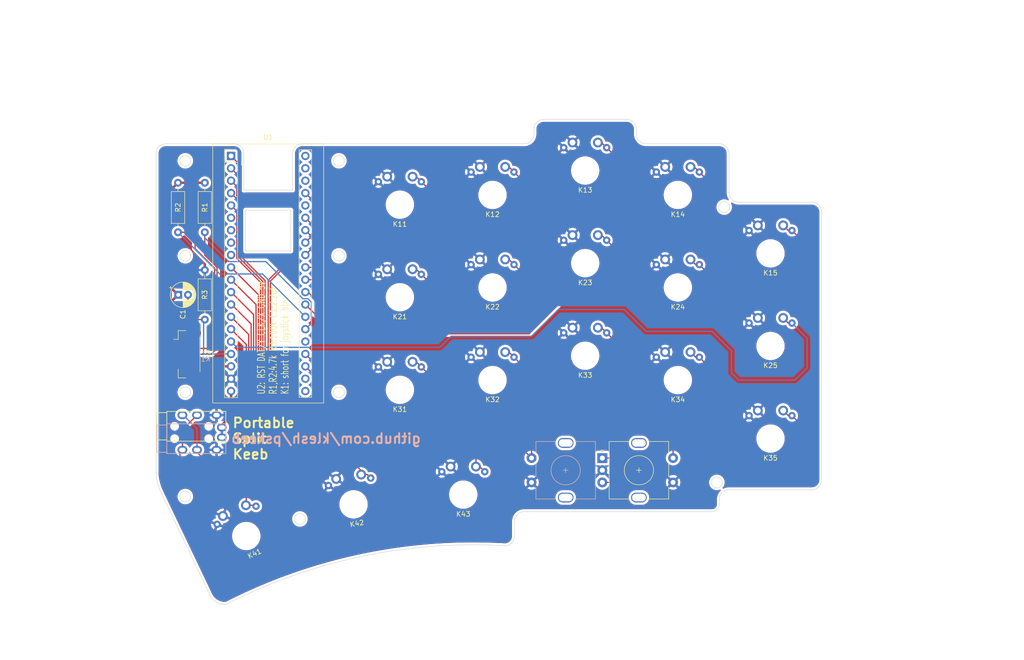
<source format=kicad_pcb>
(kicad_pcb (version 20211014) (generator pcbnew)
  (layers (0 "F.Cu" signal) (31 "B.Cu" signal) (34 "B.Paste" user) (35 "F.Paste" user) (36 "B.SilkS" user "B.Silkscreen") (37 "F.SilkS" user "F.Silkscreen") (38 "B.Mask" user) (39 "F.Mask" user) (44 "Edge.Cuts" user))
  (net 0 "")
  (net 1 "/k11")
  (net 2 "/k12")
  (net 3 "/k13")
  (net 4 "/k14")
  (net 5 "/k15")
  (net 6 "/k21")
  (net 7 "/k22")
  (net 8 "/k23")
  (net 9 "/k24")
  (net 10 "/k25")
  (net 11 "/k31")
  (net 12 "/k32")
  (net 13 "/k33")
  (net 14 "/k34")
  (net 15 "/k35")
  (net 16 "/k42")
  (net 17 "/k43")
  (net 18 "/ec11a")
  (net 19 "/ec11b")
  (net 26 "/TX")
  (net 27 "/RX")
  (net 28 "GND")
  (net 29 "+3V3")
  (net 34 "+5V")
  (net 35 "/k41")
  (net 36 "/joystick_btn")
  (net 37 "/k44")
  (net 39 "/RST{slash}BTN")
  (net 40 "/CLK{slash}X")
  (net 41 "/DAT{slash}Y")
  (footprint "Resistor_THT:R_Axial_DIN0207_L6.3mm_D2.5mm_P10.16mm_Horizontal" (layer "F.Cu") (at 82.5 62.5 -90)
    (fp_text reference "R2")
    (fp_text value "4.7k")
  )
  (footprint "Gateron:Gateron KS-27 Reversible" (layer "F.Cu") (at 166 98)
    (fp_text reference "K33")
    (fp_text value "KEYSW" hide)
  )
  (footprint "Gateron:Gateron KS-27 Reversible" (layer "F.Cu") (at 128 67)
    (fp_text reference "K11")
    (fp_text value "KEYSW" hide)
  )
  (footprint "Gateron:Gateron KS-27 Reversible" (layer "F.Cu") (at 147 65)
    (fp_text reference "K12")
    (fp_text value "KEYSW" hide)
  )
  (footprint "Gateron:Gateron KS-27 Reversible" (layer "F.Cu") (at 128 105)
    (fp_text reference "K31")
    (fp_text value "KEYSW" hide)
  )
  (footprint "Capacitor_THT:CP_Radial_D5.0mm_P2.00mm" (layer "F.Cu") (at 82.544888 85.5)
    (fp_text reference "C1")
    (fp_text value "2.2uf")
  )
  (footprint "Gateron:Gateron KS-27 Reversible" (layer "F.Cu") (at 185 84)
    (fp_text reference "K24")
    (fp_text value "KEYSW" hide)
  )
  (footprint "Gateron:Gateron KS-27 Reversible" (layer "F.Cu") (at 204 77)
    (fp_text reference "K15")
    (fp_text value "KEYSW" hide)
  )
  (footprint "Gateron:Gateron KS-27 Reversible" (layer "F.Cu") (at 128 86)
    (fp_text reference "K21")
    (fp_text value "KEYSW" hide)
  )
  (footprint "Keebio-Parts:TRRS-PJ-320A" (layer "F.Cu") (at 80.2 112.480902 90)
    (fp_text reference "TRRS2" hide)
    (fp_text value "TRRS" hide)
  )
  (footprint "Gateron:Gateron KS-27 Reversible" (layer "F.Cu") (at 204 96)
    (fp_text reference "K25")
    (fp_text value "KEYSW" hide)
  )
  (footprint "Gateron:Gateron KS-27 Reversible" (layer "F.Cu") (at 204 115)
    (fp_text reference "K35")
    (fp_text value "KEYSW" hide)
  )
  (footprint "WeAct_BlackPill:YAAJ_WeAct_BlackPill_2" (layer "F.Cu") (at 93.38 57)
    (fp_text reference "U1")
    (fp_text value "YAAJ_WeAct_BlackPill_Part_Like" hide)
  )
  (footprint "Gateron:Gateron KS-27 Reversible" (layer "F.Cu") (at 147 103)
    (fp_text reference "K32")
    (fp_text value "KEYSW" hide)
  )
  (footprint "Gateron:Gateron KS-27 Reversible" (layer "F.Cu") (at 118.5 128.5 10)
    (fp_text reference "K42")
    (fp_text value "KEYSW" hide)
  )
  (footprint "Gateron:Gateron KS-27 Reversible" (layer "F.Cu") (at 185 65)
    (fp_text reference "K14")
    (fp_text value "KEYSW" hide)
  )
  (footprint "Gateron:Gateron KS-27 Reversible" (layer "F.Cu") (at 96.5 135 25)
    (fp_text reference "K41")
    (fp_text value "KEYSW" hide)
  )
  (footprint "Gateron:Gateron KS-27 Reversible" (layer "F.Cu") (at 185 103)
    (fp_text reference "K34")
    (fp_text value "KEYSW" hide)
  )
  (footprint "Gateron:Gateron KS-27 Reversible" (layer "F.Cu") (at 147 84)
    (fp_text reference "K22")
    (fp_text value "KEYSW" hide)
  )
  (footprint "Keebio-Parts:RotaryEncoder_EC11" (layer "F.Cu") (at 177.02 121.5)
    (fp_text reference "ENC1")
    (fp_text value "RotaryEncoder_Switch" hide)
  )
  (footprint "Connector_JST:JST_GH_BM05B-GHS-TBT_1x05-1MP_P1.25mm_Vertical" (layer "F.Cu") (at 84.4 97.7 -90)
    (fp_text reference "U2")
    (fp_text value "trackpoint/joystick")
  )
  (footprint "Gateron:Gateron KS-27 Reversible" (layer "F.Cu") (at 141 126.5)
    (fp_text reference "K43")
    (fp_text value "KEYSW" hide)
  )
  (footprint "Gateron:Gateron KS-27 Reversible" (layer "F.Cu") (at 166 79)
    (fp_text reference "K23")
    (fp_text value "KEYSW" hide)
  )
  (footprint "Gateron:Gateron KS-27 Reversible" (layer "F.Cu") (at 166 60)
    (fp_text reference "K13")
    (fp_text value "KEYSW" hide)
  )
  (footprint "Resistor_THT:R_Axial_DIN0207_L6.3mm_D2.5mm_P10.16mm_Horizontal" (layer "F.Cu") (at 88 90.58 90)
    (fp_text reference "R3")
    (fp_text value "100k")
  )
  (footprint "Resistor_THT:R_Axial_DIN0207_L6.3mm_D2.5mm_P10.16mm_Horizontal" (layer "F.Cu") (at 88 62.5 -90)
    (fp_text reference "R1")
    (fp_text value "4.7k")
  )
  (footprint "Keebio-Parts:RotaryEncoder_EC11" (layer "B.Cu") (at 162 121.5 180)
    (fp_text reference "ENC2")
    (fp_text value "RotaryEncoder_Switch" hide)
  )
  (footprint "Resistor_SMD:R_0201_0603Metric_Pad0.64x0.40mm_HandSolder" (layer "B.Cu") (at 88.16 97.63)
    (fp_text reference "K1")
    (fp_text value "KEYSW")
  )
  (footprint "Keebio-Parts:TRRS-PJ-320A" (layer "B.Cu") (at 80.2 115.020902 -90)
    (fp_text reference "TRRS1" hide)
    (fp_text value "TRRS")
  )
  (gr_circle (center 84 58) (end 85.1 58) (layer "Edge.Cuts") (width 0.1) (fill none))
  (gr_arc (start 197.5 66.5) (mid 196.085786 65.914214) (end 195.5 64.5) (layer "Edge.Cuts") (width 0.1))
  (gr_circle (center 84 105.5) (end 85.1 105.5) (layer "Edge.Cuts") (width 0.1) (fill none))
  (gr_arc (start 151.5 135) (mid 150.914214 136.414214) (end 149.5 137) (layer "Edge.Cuts") (width 0.1))
  (gr_circle (center 84 126.9) (end 85.1 126.9) (layer "Edge.Cuts") (width 0.1) (fill none))
  (gr_line (start 96 64) (end 106 64) (layer "Edge.Cuts") (width 0.1))
  (gr_arc (start 106 56.5) (mid 106.585786 55.085786) (end 108 54.5) (layer "Edge.Cuts") (width 0.1))
  (gr_line (start 78 56.5) (end 78 122) (layer "Edge.Cuts") (width 0.1))
  (gr_line (start 94 54.5) (end 80 54.5) (layer "Edge.Cuts") (width 0.1))
  (gr_line (start 195.5 64.5) (end 195.5 56.5) (layer "Edge.Cuts") (width 0.1))
  (gr_arc (start 92.43517 149) (mid 90.394491 148.554933) (end 89 147) (layer "Edge.Cuts") (width 0.1))
  (gr_arc (start 193.5 127.5) (mid 194.085786 126.085786) (end 195.5 125.5) (layer "Edge.Cuts") (width 0.1))
  (gr_circle (center 115.5 58) (end 116.6 58) (layer "Edge.Cuts") (width 0.1) (fill none))
  (gr_line (start 153.5 54.5) (end 108 54.5) (layer "Edge.Cuts") (width 0.1))
  (gr_line (start 193.5 127.5) (end 193.5 128.5) (layer "Edge.Cuts") (width 0.1))
  (gr_arc (start 94 54.5) (mid 95.414214 55.085786) (end 96 56.5) (layer "Edge.Cuts") (width 0.1))
  (gr_line (start 193.5 54.5) (end 178.5 54.5) (layer "Edge.Cuts") (width 0.1))
  (gr_line (start 79 126) (end 89 147) (layer "Edge.Cuts") (width 0.1))
  (gr_line (start 176.5 52.5) (end 176.5 51.5) (layer "Edge.Cuts") (width 0.1))
  (gr_arc (start 178.5 54.5) (mid 177.085786 53.914214) (end 176.5 52.5) (layer "Edge.Cuts") (width 0.1))
  (gr_arc (start 155.5 51.5) (mid 156.085786 50.085786) (end 157.5 49.5) (layer "Edge.Cuts") (width 0.1))
  (gr_line (start 214.5 123.5) (end 214.5 68.5) (layer "Edge.Cuts") (width 0.1))
  (gr_arc (start 212.5 66.5) (mid 213.914214 67.085786) (end 214.5 68.5) (layer "Edge.Cuts") (width 0.1))
  (gr_circle (center 115.5 105.5) (end 116.6 105.5) (layer "Edge.Cuts") (width 0.1) (fill none))
  (gr_arc (start 92.43517 149) (mid 120.165264 139.184639) (end 149.5 137) (layer "Edge.Cuts") (width 0.1))
  (gr_circle (center 194.5 67.5) (end 195.6 67.5) (layer "Edge.Cuts") (width 0.1) (fill none))
  (gr_arc (start 193.5 128.5) (mid 193.06066 129.56066) (end 192 130) (layer "Edge.Cuts") (width 0.1))
  (gr_line (start 155.5 51.5) (end 155.5 52.5) (layer "Edge.Cuts") (width 0.1))
  (gr_line (start 153.5 130) (end 192 130) (layer "Edge.Cuts") (width 0.1))
  (gr_line (start 212.5 125.5) (end 195.5 125.5) (layer "Edge.Cuts") (width 0.1))
  (gr_arc (start 193.5 54.5) (mid 194.914214 55.085786) (end 195.5 56.5) (layer "Edge.Cuts") (width 0.1))
  (gr_line (start 96 56.5) (end 96 64) (layer "Edge.Cuts") (width 0.1))
  (gr_line (start 197.5 66.5) (end 212.5 66.5) (layer "Edge.Cuts") (width 0.1))
  (gr_line (start 106 64) (end 106 56.5) (layer "Edge.Cuts") (width 0.1))
  (gr_arc (start 79 126) (mid 78.296292 124.050926) (end 78 122) (layer "Edge.Cuts") (width 0.1))
  (gr_line (start 157.5 49.5) (end 174.5 49.5) (layer "Edge.Cuts") (width 0.1))
  (gr_circle (center 107.5 131.5) (end 108.6 131.5) (layer "Edge.Cuts") (width 0.1) (fill none))
  (gr_arc (start 78 56.5) (mid 78.585786 55.085786) (end 80 54.5) (layer "Edge.Cuts") (width 0.1))
  (gr_arc (start 174.5 49.5) (mid 175.914214 50.085786) (end 176.5 51.5) (layer "Edge.Cuts") (width 0.1))
  (gr_rect (start 96.38 68.13) (end 105.62 76.5) (layer "Edge.Cuts") (width 0.1) (fill none))
  (gr_arc (start 155.5 52.5) (mid 154.914214 53.914214) (end 153.5 54.5) (layer "Edge.Cuts") (width 0.1))
  (gr_circle (center 193 124) (end 194.1 124) (layer "Edge.Cuts") (width 0.1) (fill none))
  (gr_line (start 151.5 135) (end 151.5 132) (layer "Edge.Cuts") (width 0.1))
  (gr_circle (center 115.5 77.5) (end 116.6 77.5) (layer "Edge.Cuts") (width 0.1) (fill none))
  (gr_arc (start 214.5 123.5) (mid 213.914214 124.914214) (end 212.5 125.5) (layer "Edge.Cuts") (width 0.1))
  (gr_arc (start 151.5 132) (mid 152.085786 130.585786) (end 153.5 130) (layer "Edge.Cuts") (width 0.1))
  (gr_circle (center 84 77.5) (end 85.1 77.5) (layer "Edge.Cuts") (width 0.1) (fill none))
  (gr_text "github.com/klesh/pskeeb" (at 132.5 115) (layer "B.SilkS") (effects (font (size 2 2) (thickness 0.4)) (justify left mirror)))
  (gr_text "Portable\nSplit\nKeeb" (at 93.5 115) (layer "F.SilkS") (effects (font (size 2 2) (thickness 0.4)) (justify left)))
  (gr_text "U2: RST DAT/Y CLK/X GND 5V\nR1,R2:4.7k R3:100k C1:2.2uF\nK1: short for joystick btn" (at 102 106 90) (layer "F.SilkS") (effects (font (size 1.5 1)) (justify left)))
  (segment (start 108.62 64.62) (end 116.5 72.5) (width 0.25) (layer "F.Cu") (net 1))
  (segment (start 132 72.5) (end 135 69.5) (width 0.25) (layer "F.Cu") (net 1))
  (segment (start 116.5 72.5) (end 132 72.5) (width 0.25) (layer "F.Cu") (net 1))
  (segment (start 135 64.9) (end 132.4 62.3) (width 0.25) (layer "F.Cu") (net 1))
  (segment (start 130.6 61.25) (end 131.35 61.25) (width 0.25) (layer "F.Cu") (net 1))
  (segment (start 135 69.5) (end 135 65) (width 0.25) (layer "F.Cu") (net 1))
  (segment (start 135 65) (end 135 64.9) (width 0.25) (layer "F.Cu") (net 1))
  (segment (start 131.35 61.25) (end 132.4 62.3) (width 0.25) (layer "F.Cu") (net 1))
  (segment (start 153 61.9) (end 151.4 60.3) (width 0.25) (layer "F.Cu") (net 2))
  (segment (start 111.87 72.95) (end 132.186396 72.95) (width 0.25) (layer "F.Cu") (net 2))
  (segment (start 150.5 71) (end 153 68.5) (width 0.25) (layer "F.Cu") (net 2))
  (segment (start 108.62 69.7) (end 111.87 72.95) (width 0.25) (layer "F.Cu") (net 2))
  (segment (start 150.35 59.25) (end 151.4 60.3) (width 0.25) (layer "F.Cu") (net 2))
  (segment (start 153 68.5) (end 153 61.9) (width 0.25) (layer "F.Cu") (net 2))
  (segment (start 149.6 59.25) (end 150.35 59.25) (width 0.25) (layer "F.Cu") (net 2))
  (segment (start 134.136396 71) (end 150.5 71) (width 0.25) (layer "F.Cu") (net 2))
  (segment (start 132.186396 72.95) (end 134.136396 71) (width 0.25) (layer "F.Cu") (net 2))
  (segment (start 168.6 54.25) (end 169.35 54.25) (width 0.25) (layer "F.Cu") (net 3))
  (segment (start 156.136396 66) (end 170.5 66) (width 0.25) (layer "F.Cu") (net 3))
  (segment (start 108.62 72.24) (end 109.78 73.4) (width 0.25) (layer "F.Cu") (net 3))
  (segment (start 172.5 57.4) (end 170.4 55.3) (width 0.25) (layer "F.Cu") (net 3))
  (segment (start 172.5 64) (end 172.5 57.4) (width 0.25) (layer "F.Cu") (net 3))
  (segment (start 169.35 54.25) (end 170.4 55.3) (width 0.25) (layer "F.Cu") (net 3))
  (segment (start 132.372792 73.4) (end 134.322792 71.45) (width 0.25) (layer "F.Cu") (net 3))
  (segment (start 109.78 73.4) (end 132.372792 73.4) (width 0.25) (layer "F.Cu") (net 3))
  (segment (start 134.322792 71.45) (end 150.686396 71.45) (width 0.25) (layer "F.Cu") (net 3))
  (segment (start 150.686396 71.45) (end 156.136396 66) (width 0.25) (layer "F.Cu") (net 3))
  (segment (start 170.5 66) (end 172.5 64) (width 0.25) (layer "F.Cu") (net 3))
  (segment (start 109.55 73.85) (end 132.559188 73.85) (width 0.25) (layer "F.Cu") (net 4))
  (segment (start 134.509188 71.9) (end 150.872792 71.9) (width 0.25) (layer "F.Cu") (net 4))
  (segment (start 132.559188 73.85) (end 134.509188 71.9) (width 0.25) (layer "F.Cu") (net 4))
  (segment (start 192 62.9) (end 189.4 60.3) (width 0.25) (layer "F.Cu") (net 4))
  (segment (start 189.5 72.5) (end 192 70) (width 0.25) (layer "F.Cu") (net 4))
  (segment (start 192 70) (end 192 62.9) (width 0.25) (layer "F.Cu") (net 4))
  (segment (start 156.322792 66.45) (end 174.95 66.45) (width 0.25) (layer "F.Cu") (net 4))
  (segment (start 181 72.5) (end 189.5 72.5) (width 0.25) (layer "F.Cu") (net 4))
  (segment (start 187.6 59.25) (end 188.35 59.25) (width 0.25) (layer "F.Cu") (net 4))
  (segment (start 108.62 74.78) (end 109.55 73.85) (width 0.25) (layer "F.Cu") (net 4))
  (segment (start 150.872792 71.9) (end 156.322792 66.45) (width 0.25) (layer "F.Cu") (net 4))
  (segment (start 188.35 59.25) (end 189.4 60.3) (width 0.25) (layer "F.Cu") (net 4))
  (segment (start 174.95 66.45) (end 181 72.5) (width 0.25) (layer "F.Cu") (net 4))
  (segment (start 187.6 60.1) (end 187.6 59.4) (width 0.25) (layer "F.Cu") (net 4))
  (segment (start 108.62 77.32) (end 111.64 74.3) (width 0.25) (layer "F.Cu") (net 5))
  (segment (start 209.5 84.5) (end 211 83) (width 0.25) (layer "F.Cu") (net 5))
  (segment (start 132.745584 74.3) (end 134.695584 72.35) (width 0.25) (layer "F.Cu") (net 5))
  (segment (start 200 84.5) (end 209.5 84.5) (width 0.25) (layer "F.Cu") (net 5))
  (segment (start 211 83) (end 211 74.9) (width 0.25) (layer "F.Cu") (net 5))
  (segment (start 174.763604 66.9) (end 180.813604 72.95) (width 0.25) (layer "F.Cu") (net 5))
  (segment (start 156.509188 66.9) (end 174.763604 66.9) (width 0.25) (layer "F.Cu") (net 5))
  (segment (start 180.813604 72.95) (end 195.45 72.95) (width 0.25) (layer "F.Cu") (net 5))
  (segment (start 134.695584 72.35) (end 151.059188 72.35) (width 0.25) (layer "F.Cu") (net 5))
  (segment (start 198 82.5) (end 200 84.5) (width 0.25) (layer "F.Cu") (net 5))
  (segment (start 111.64 74.3) (end 132.745584 74.3) (width 0.25) (layer "F.Cu") (net 5))
  (segment (start 195.45 72.95) (end 198 75.5) (width 0.25) (layer "F.Cu") (net 5))
  (segment (start 151.059188 72.35) (end 156.509188 66.9) (width 0.25) (layer "F.Cu") (net 5))
  (segment (start 198 75.5) (end 198 82.5) (width 0.25) (layer "F.Cu") (net 5))
  (segment (start 208.4 72.3) (end 207.65 72.3) (width 0.25) (layer "F.Cu") (net 5))
  (segment (start 207.65 72.3) (end 206.6 71.25) (width 0.25) (layer "F.Cu") (net 5))
  (segment (start 211 74.9) (end 208.4 72.3) (width 0.25) (layer "F.Cu") (net 5))
  (segment (start 135 83.9) (end 132.4 81.3) (width 0.25) (layer "F.Cu") (net 6))
  (segment (start 135 89.5) (end 135 83.9) (width 0.25) (layer "F.Cu") (net 6))
  (segment (start 110.36 79.86) (end 115 84.5) (width 0.25) (layer "F.Cu") (net 6))
  (segment (start 132.5 92) (end 135 89.5) (width 0.25) (layer "F.Cu") (net 6))
  (segment (start 131.35 80.25) (end 132.4 81.3) (width 0.25) (layer "F.Cu") (net 6))
  (segment (start 117.5 92) (end 132.5 92) (width 0.25) (layer "F.Cu") (net 6))
  (segment (start 115 89.5) (end 117.5 92) (width 0.25) (layer "F.Cu") (net 6))
  (segment (start 115 84.5) (end 115 89.5) (width 0.25) (layer "F.Cu") (net 6))
  (segment (start 108.62 79.86) (end 110.36 79.86) (width 0.25) (layer "F.Cu") (net 6))
  (segment (start 130.6 80.25) (end 131.35 80.25) (width 0.25) (layer "F.Cu") (net 6))
  (segment (start 151.05 92.45) (end 154 89.5) (width 0.25) (layer "F.Cu") (net 7))
  (segment (start 108.62 82.4) (end 112.263604 82.4) (width 0.25) (layer "F.Cu") (net 7))
  (segment (start 112.263604 82.4) (end 114.431802 84.568198) (width 0.25) (layer "F.Cu") (net 7))
  (segment (start 154 81.9) (end 151.4 79.3) (width 0.25) (layer "F.Cu") (net 7))
  (segment (start 114.431802 84.568198) (end 114.431802 89.568198) (width 0.25) (layer "F.Cu") (net 7))
  (segment (start 154 89.5) (end 154 81.9) (width 0.25) (layer "F.Cu") (net 7))
  (segment (start 117.313604 92.45) (end 151.05 92.45) (width 0.25) (layer "F.Cu") (net 7))
  (segment (start 114.431802 89.568198) (end 117.313604 92.45) (width 0.25) (layer "F.Cu") (net 7))
  (segment (start 149.6 78.25) (end 150.35 78.25) (width 0.25) (layer "F.Cu") (net 7))
  (segment (start 150.35 78.25) (end 151.4 79.3) (width 0.25) (layer "F.Cu") (net 7))
  (segment (start 154.463604 92.9) (end 161.363604 86) (width 0.25) (layer "F.Cu") (net 8))
  (segment (start 168.6 73.25) (end 169.35 73.25) (width 0.25) (layer "F.Cu") (net 8))
  (segment (start 117.127208 92.9) (end 154.463604 92.9) (width 0.25) (layer "F.Cu") (net 8))
  (segment (start 109.167208 84.94) (end 117.127208 92.9) (width 0.25) (layer "F.Cu") (net 8))
  (segment (start 172 86) (end 173.5 84.5) (width 0.25) (layer "F.Cu") (net 8))
  (segment (start 169.35 73.25) (end 170.4 74.3) (width 0.25) (layer "F.Cu") (net 8))
  (segment (start 108.62 84.94) (end 109.167208 84.94) (width 0.25) (layer "F.Cu") (net 8))
  (segment (start 173.5 84.5) (end 173.5 77.4) (width 0.25) (layer "F.Cu") (net 8))
  (segment (start 173.5 77.4) (end 170.4 74.3) (width 0.25) (layer "F.Cu") (net 8))
  (segment (start 161.363604 86) (end 172 86) (width 0.25) (layer "F.Cu") (net 8))
  (segment (start 161.55 86.45) (end 176.45 86.45) (width 0.25) (layer "F.Cu") (net 9))
  (segment (start 114.64 93.5) (end 154.5 93.5) (width 0.25) (layer "F.Cu") (net 9))
  (segment (start 191.5 81.4) (end 189.4 79.3) (width 0.25) (layer "F.Cu") (net 9))
  (segment (start 154.5 93.5) (end 161.55 86.45) (width 0.25) (layer "F.Cu") (net 9))
  (segment (start 190 91) (end 191.5 89.5) (width 0.25) (layer "F.Cu") (net 9))
  (segment (start 188.65 79.3) (end 187.6 78.25) (width 0.25) (layer "F.Cu") (net 9))
  (segment (start 108.62 87.48) (end 114.64 93.5) (width 0.25) (layer "F.Cu") (net 9))
  (segment (start 189.4 79.3) (end 188.65 79.3) (width 0.25) (layer "F.Cu") (net 9))
  (segment (start 176.45 86.45) (end 181 91) (width 0.25) (layer "F.Cu") (net 9))
  (segment (start 181 91) (end 190 91) (width 0.25) (layer "F.Cu") (net 9))
  (segment (start 191.5 89.5) (end 191.5 81.4) (width 0.25) (layer "F.Cu") (net 9))
  (segment (start 208.4 91.3) (end 207.65 91.3) (width 0.25) (layer "F.Cu") (net 10))
  (segment (start 207.65 91.3) (end 206.6 90.25) (width 0.25) (layer "F.Cu") (net 10))
  (segment (start 196 97) (end 196 101.5) (width 0.25) (layer "B.Cu") (net 10))
  (segment (start 211.5 100.5) (end 211.5 94.4) (width 0.25) (layer "B.Cu") (net 10))
  (segment (start 138.5 94) (end 155 94) (width 0.25) (layer "B.Cu") (net 10))
  (segment (start 192 93) (end 196 97) (width 0.25) (layer "B.Cu") (net 10))
  (segment (start 174 88.5) (end 178.5 93) (width 0.25) (layer "B.Cu") (net 10))
  (segment (start 155 94) (end 160.5 88.5) (width 0.25) (layer "B.Cu") (net 10))
  (segment (start 197.5 103) (end 209 103) (width 0.25) (layer "B.Cu") (net 10))
  (segment (start 178.5 93) (end 192 93) (width 0.25) (layer "B.Cu") (net 10))
  (segment (start 209 103) (end 211.5 100.5) (width 0.25) (layer "B.Cu") (net 10))
  (segment (start 94.555 96.275) (end 136.225 96.275) (width 0.25) (layer "B.Cu") (net 10))
  (segment (start 136.225 96.275) (end 138.5 94) (width 0.25) (layer "B.Cu") (net 10))
  (segment (start 196 101.5) (end 197.5 103) (width 0.25) (layer "B.Cu") (net 10))
  (segment (start 160.5 88.5) (end 174 88.5) (width 0.25) (layer "B.Cu") (net 10))
  (segment (start 93.38 95.1) (end 94.555 96.275) (width 0.25) (layer "B.Cu") (net 10))
  (segment (start 211.5 94.4) (end 208.4 91.3) (width 0.25) (layer "B.Cu") (net 10))
  (segment (start 135 111.25) (end 135 102.9) (width 0.25) (layer "F.Cu") (net 11))
  (segment (start 108.62 97.64) (end 111 100.02) (width 0.25) (layer "F.Cu") (net 11))
  (segment (start 111 111) (end 113 113) (width 0.25) (layer "F.Cu") (net 11))
  (segment (start 113 113) (end 133.25 113) (width 0.25) (layer "F.Cu") (net 11))
  (segment (start 135 102.9) (end 132.4 100.3) (width 0.25) (layer "F.Cu") (net 11))
  (segment (start 133.25 113) (end 135 111.25) (width 0.25) (layer "F.Cu") (net 11))
  (segment (start 130.6 99.25) (end 131.35 99.25) (width 0.25) (layer "F.Cu") (net 11))
  (segment (start 131.35 99.25) (end 132.4 100.3) (width 0.25) (layer "F.Cu") (net 11))
  (segment (start 111 100.02) (end 111 111) (width 0.25) (layer "F.Cu") (net 11))
  (segment (start 151.5 113.5) (end 154.1 110.9) (width 0.25) (layer "F.Cu") (net 12))
  (segment (start 150.35 97.25) (end 151.4 98.3) (width 0.25) (layer "F.Cu") (net 12))
  (segment (start 110.5 111.136396) (end 112.863604 113.5) (width 0.25) (layer "F.Cu") (net 12))
  (segment (start 154.1 101) (end 151.4 98.3) (width 0.25) (layer "F.Cu") (net 12))
  (segment (start 149.6 97.25) (end 150.35 97.25) (width 0.25) (layer "F.Cu") (net 12))
  (segment (start 108.62 100.18) (end 110.5 102.06) (width 0.25) (layer "F.Cu") (net 12))
  (segment (start 154.1 110.9) (end 154.1 101) (width 0.25) (layer "F.Cu") (net 12))
  (segment (start 112.863604 113.5) (end 151.5 113.5) (width 0.25) (layer "F.Cu") (net 12))
  (segment (start 110.5 102.06) (end 110.5 111.136396) (width 0.25) (layer "F.Cu") (net 12))
  (segment (start 106.186396 66.95) (end 106.95 67.713604) (width 0.25) (layer "F.Cu") (net 13))
  (segment (start 93.38 57) (end 95.455 59.075) (width 0.25) (layer "F.Cu") (net 13))
  (segment (start 95.455 64.782208) (end 97.622792 66.95) (width 0.25) (layer "F.Cu") (net 13))
  (segment (start 95.455 59.075) (end 95.455 64.782208) (width 0.25) (layer "F.Cu") (net 13))
  (segment (start 152.5 114.2) (end 155.45 111.25) (width 0.25) (layer "F.Cu") (net 13))
  (segment (start 173.5 109.25) (end 173.5 96.4) (width 0.25) (layer "F.Cu") (net 13))
  (segment (start 104.947792 114.2) (end 152.5 114.2) (width 0.25) (layer "F.Cu") (net 13))
  (segment (start 106.95 77.186396) (end 101.45 82.686396) (width 0.25) (layer "F.Cu") (net 13))
  (segment (start 155.45 111.25) (end 171.5 111.25) (width 0.25) (layer "F.Cu") (net 13))
  (segment (start 106.95 67.713604) (end 106.95 77.186396) (width 0.25) (layer "F.Cu") (net 13))
  (segment (start 101.45 110.702208) (end 104.947792 114.2) (width 0.25) (layer "F.Cu") (net 13))
  (segment (start 168.6 92.25) (end 169.35 92.25) (width 0.25) (layer "F.Cu") (net 13))
  (segment (start 101.45 82.686396) (end 101.45 110.702208) (width 0.25) (layer "F.Cu") (net 13))
  (segment (start 169.35 92.25) (end 170.4 93.3) (width 0.25) (layer "F.Cu") (net 13))
  (segment (start 173.5 96.4) (end 170.4 93.3) (width 0.25) (layer "F.Cu") (net 13))
  (segment (start 97.622792 66.95) (end 106.186396 66.95) (width 0.25) (layer "F.Cu") (net 13))
  (segment (start 171.5 111.25) (end 173.5 109.25) (width 0.25) (layer "F.Cu") (net 13))
  (segment (start 106 67.4) (end 106.5 67.9) (width 0.25) (layer "F.Cu") (net 14))
  (segment (start 152.804416 114.65) (end 155.754416 111.7) (width 0.25) (layer "F.Cu") (net 14))
  (segment (start 192 100.9) (end 189.4 98.3) (width 0.25) (layer "F.Cu") (net 14))
  (segment (start 188.65 98.3) (end 187.6 97.25) (width 0.25) (layer "F.Cu") (net 14))
  (segment (start 95 61.16) (end 95 63.063604) (width 0.25) (layer "F.Cu") (net 14))
  (segment (start 188.8 111.7) (end 192 108.5) (width 0.25) (layer "F.Cu") (net 14))
  (segment (start 95.005 64.968604) (end 97.436396 67.4) (width 0.25) (layer "F.Cu") (net 14))
  (segment (start 104.761396 114.65) (end 152.804416 114.65) (width 0.25) (layer "F.Cu") (net 14))
  (segment (start 106.5 77) (end 101 82.5) (width 0.25) (layer "F.Cu") (net 14))
  (segment (start 192 108.5) (end 192 100.9) (width 0.25) (layer "F.Cu") (net 14))
  (segment (start 101 110.888604) (end 104.761396 114.65) (width 0.25) (layer "F.Cu") (net 14))
  (segment (start 101 82.5) (end 101 110.888604) (width 0.25) (layer "F.Cu") (net 14))
  (segment (start 95 63.063604) (end 95.005 63.068604) (width 0.25) (layer "F.Cu") (net 14))
  (segment (start 106.5 67.9) (end 106.5 77) (width 0.25) (layer "F.Cu") (net 14))
  (segment (start 95.005 63.068604) (end 95.005 64.968604) (width 0.25) (layer "F.Cu") (net 14))
  (segment (start 155.754416 111.7) (end 188.8 111.7) (width 0.25) (layer "F.Cu") (net 14))
  (segment (start 97.436396 67.4) (end 106 67.4) (width 0.25) (layer "F.Cu") (net 14))
  (segment (start 93.38 59.54) (end 95 61.16) (width 0.25) (layer "F.Cu") (net 14))
  (segment (start 189.4 98.3) (end 188.65 98.3) (width 0.25) (layer "F.Cu") (net 14))
  (segment (start 211 118.5) (end 211 112.9) (width 0.25) (layer "F.Cu") (net 15))
  (segment (start 94.555 65.155) (end 95.4 66) (width 0.25) (layer "F.Cu") (net 15))
  (segment (start 100.35 82.577208) (end 100.35 110.875) (width 0.25) (layer "F.Cu") (net 15))
  (segment (start 194.5 114) (end 194.5 119) (width 0.25) (layer "F.Cu") (net 15))
  (segment (start 95.455 77.682208) (end 100.35 82.577208) (width 0.25) (layer "F.Cu") (net 15))
  (segment (start 155.940812 112.15) (end 192.65 112.15) (width 0.25) (layer "F.Cu") (net 15))
  (segment (start 207.65 110.3) (end 206.6 109.25) (width 0.25) (layer "F.Cu") (net 15))
  (segment (start 93.38 62.08) (end 94.555 63.255) (width 0.25) (layer "F.Cu") (net 15))
  (segment (start 152.990812 115.1) (end 155.940812 112.15) (width 0.25) (layer "F.Cu") (net 15))
  (segment (start 194.5 119) (end 196.5 121) (width 0.25) (layer "F.Cu") (net 15))
  (segment (start 100.35 110.875) (end 104.575 115.1) (width 0.25) (layer "F.Cu") (net 15))
  (segment (start 192.65 112.15) (end 194.5 114) (width 0.25) (layer "F.Cu") (net 15))
  (segment (start 211 112.9) (end 208.4 110.3) (width 0.25) (layer "F.Cu") (net 15))
  (segment (start 196.5 121) (end 208.5 121) (width 0.25) (layer "F.Cu") (net 15))
  (segment (start 104.575 115.1) (end 152.990812 115.1) (width 0.25) (layer "F.Cu") (net 15))
  (segment (start 208.5 121) (end 211 118.5) (width 0.25) (layer "F.Cu") (net 15))
  (segment (start 95.2 65.8) (end 95.455 66.055) (width 0.25) (layer "F.Cu") (net 15))
  (segment (start 95.455 66.055) (end 95.455 77.682208) (width 0.25) (layer "F.Cu") (net 15))
  (segment (start 94.555 63.255) (end 94.555 65.155) (width 0.25) (layer "F.Cu") (net 15))
  (segment (start 208.4 110.3) (end 207.65 110.3) (width 0.25) (layer "F.Cu") (net 15))
  (segment (start 97.94 89.5) (end 98 89.5) (width 0.25) (layer "F.Cu") (net 16))
  (segment (start 118.425 119.925) (end 120.08807 121.58807) (width 0.25) (layer "F.Cu") (net 16))
  (segment (start 120.062023 122.38587) (end 121.295526 122.38587) (width 0.25) (layer "F.Cu") (net 16))
  (segment (start 98 117) (end 100.925 119.925) (width 0.25) (layer "F.Cu") (net 16))
  (segment (start 120.08807 121.58807) (end 120.08807 122.533591) (width 0.25) (layer "F.Cu") (net 16))
  (segment (start 121.295526 122.38587) (end 122.017008 123.107352) (width 0.25) (layer "F.Cu") (net 16))
  (segment (start 100.925 119.925) (end 118.425 119.925) (width 0.25) (layer "F.Cu") (net 16))
  (segment (start 98 89.5) (end 98 117) (width 0.25) (layer "F.Cu") (net 16))
  (segment (start 93.38 84.94) (end 97.94 89.5) (width 0.25) (layer "F.Cu") (net 16))
  (segment (start 98.5 87.5) (end 98.5 116.863604) (width 0.25) (layer "F.Cu") (net 17))
  (segment (start 97 86) (end 98.5 87.5) (width 0.25) (layer "F.Cu") (net 17))
  (segment (start 101.111396 119.475) (end 120.025 119.475) (width 0.25) (layer "F.Cu") (net 17))
  (segment (start 96.98 86) (end 97 86) (width 0.25) (layer "F.Cu") (net 17))
  (segment (start 98.5 116.863604) (end 101.111396 119.475) (width 0.25) (layer "F.Cu") (net 17))
  (segment (start 93.38 82.4) (end 96.98 86) (width 0.25) (layer "F.Cu") (net 17))
  (segment (start 120.025 119.475) (end 122.5 117) (width 0.25) (layer "F.Cu") (net 17))
  (segment (start 143.6 120.75) (end 144.35 120.75) (width 0.25) (layer "F.Cu") (net 17))
  (segment (start 141.5 117) (end 143.6 119.1) (width 0.25) (layer "F.Cu") (net 17))
  (segment (start 143.6 119.1) (end 143.6 120.9) (width 0.25) (layer "F.Cu") (net 17))
  (segment (start 122.5 117) (end 141.5 117) (width 0.25) (layer "F.Cu") (net 17))
  (segment (start 144.35 120.75) (end 145.4 121.8) (width 0.25) (layer "F.Cu") (net 17))
  (segment (start 94.555 68.335) (end 94.555 78.055) (width 0.25) (layer "F.Cu") (net 18))
  (segment (start 122.127208 116.1) (end 153.5 116.1) (width 0.25) (layer "F.Cu") (net 18))
  (segment (start 156.55 113.05) (end 192.277208 113.05) (width 0.25) (layer "F.Cu") (net 18))
  (segment (start 175.5 119) (end 174.5 119) (width 0.25) (layer "F.Cu") (net 18))
  (segment (start 101.484188 118.575) (end 119.652208 118.575) (width 0.25) (layer "F.Cu") (net 18))
  (segment (start 177.5 121) (end 175.5 119) (width 0.25) (layer "F.Cu") (net 18))
  (segment (start 193.6 118.763604) (end 191.363604 121) (width 0.25) (layer "F.Cu") (net 18))
  (segment (start 99.45 82.95) (end 99.45 116.540812) (width 0.25) (layer "F.Cu") (net 18))
  (segment (start 99.45 116.540812) (end 101.484188 118.575) (width 0.25) (layer "F.Cu") (net 18))
  (segment (start 169.5 119) (end 174.5 119) (width 0.25) (layer "F.Cu") (net 18))
  (segment (start 192.277208 113.05) (end 193.6 114.372792) (width 0.25) (layer "F.Cu") (net 18))
  (segment (start 119.652208 118.575) (end 122.127208 116.1) (width 0.25) (layer "F.Cu") (net 18))
  (segment (start 191.363604 121) (end 177.5 121) (width 0.25) (layer "F.Cu") (net 18))
  (segment (start 94.555 78.055) (end 99.45 82.95) (width 0.25) (layer "F.Cu") (net 18))
  (segment (start 193.6 114.372792) (end 193.6 118.763604) (width 0.25) (layer "F.Cu") (net 18))
  (segment (start 153.5 116.1) (end 156.55 113.05) (width 0.25) (layer "F.Cu") (net 18))
  (segment (start 93.38 67.16) (end 94.555 68.335) (width 0.25) (layer "F.Cu") (net 18))
  (segment (start 175.5 124) (end 174.5 124) (width 0.25) (layer "F.Cu") (net 19))
  (segment (start 153.077208 115.65) (end 156.127208 112.6) (width 0.25) (layer "F.Cu") (net 19))
  (segment (start 156.127208 112.6) (end 192.463604 112.6) (width 0.25) (layer "F.Cu") (net 19))
  (segment (start 191 122) (end 177.5 122) (width 0.25) (layer "F.Cu") (net 19))
  (segment (start 169.5 124) (end 174.5 124) (width 0.25) (layer "F.Cu") (net 19))
  (segment (start 177.5 122) (end 175.5 124) (width 0.25) (layer "F.Cu") (net 19))
  (segment (start 121.940812 115.65) (end 153.077208 115.65) (width 0.25) (layer "F.Cu") (net 19))
  (segment (start 95.005 77.868604) (end 99.9 82.763604) (width 0.25) (layer "F.Cu") (net 19))
  (segment (start 99.9 116.354416) (end 101.670584 118.125) (width 0.25) (layer "F.Cu") (net 19))
  (segment (start 194.05 114.186396) (end 194.05 118.95) (width 0.25) (layer "F.Cu") (net 19))
  (segment (start 101.670584 118.125) (end 119.465812 118.125) (width 0.25) (layer "F.Cu") (net 19))
  (segment (start 192.463604 112.6) (end 194.05 114.186396) (width 0.25) (layer "F.Cu") (net 19))
  (segment (start 93.38 64.62) (end 95.005 66.245) (width 0.25) (layer "F.Cu") (net 19))
  (segment (start 194.05 118.95) (end 191 122) (width 0.25) (layer "F.Cu") (net 19))
  (segment (start 95.005 66.245) (end 95.005 77.868604) (width 0.25) (layer "F.Cu") (net 19))
  (segment (start 119.465812 118.125) (end 121.940812 115.65) (width 0.25) (layer "F.Cu") (net 19))
  (segment (start 99.9 82.763604) (end 99.9 116.354416) (width 0.25) (layer "F.Cu") (net 19))
  (segment (start 93 121) (end 85 121) (width 0.25) (layer "F.Cu") (net 26))
  (segment (start 93.38 90.02) (end 97 93.64) (width 0.25) (layer "F.Cu") (net 26))
  (segment (start 82.9 118.9) (end 82.9 117.320902) (width 0.25) (layer "F.Cu") (net 26))
  (segment (start 97 93.64) (end 97 117) (width 0.25) (layer "F.Cu") (net 26))
  (segment (start 85 121) (end 82.9 118.9) (width 0.25) (layer "F.Cu") (net 26))
  (segment (start 83.4 117.320902) (end 83.4 113.180902) (width 0.25) (layer "F.Cu") (net 26))
  (segment (start 97 117) (end 93 121) (width 0.25) (layer "F.Cu") (net 26))
  (segment (start 83.4 113.180902) (end 86.4 110.180902) (width 0.25) (layer "F.Cu") (net 26))
  (segment (start 96.5 116.863604) (end 92.931802 120.431802) (width 0.25) (layer "F.Cu") (net 27))
  (segment (start 93.38 92.56) (end 96.5 95.68) (width 0.25) (layer "F.Cu") (net 27))
  (segment (start 92.931802 120.431802) (end 89.0109 120.431802) (width 0.25) (layer "F.Cu") (net 27))
  (segment (start 89.0109 120.431802) (end 85.9 117.320902) (width 0.25) (layer "F.Cu") (net 27))
  (segment (start 96.5 95.68) (end 96.5 116.863604) (width 0.25) (layer "F.Cu") (net 27))
  (segment (start 86.4 117.320902) (end 86.4 113) (width 0.25) (layer "B.Cu") (net 27))
  (segment (start 86.4 113) (end 83.761804 110.361804) (width 0.25) (layer "B.Cu") (net 27))
  (segment (start 93.38 105.26) (end 93.38 110.340902) (width 0.5) (layer "F.Cu") (net 29))
  (segment (start 93.38 110.340902) (end 91 112.720902) (width 0.5) (layer "F.Cu") (net 29))
  (segment (start 91.5 114.780902) (end 91.5 112.720902) (width 0.5) (layer "B.Cu") (net 29))
  (segment (start 80 99.5) (end 80 88) (width 0.5) (layer "F.Cu") (net 34))
  (segment (start 80.7 100.2) (end 80 99.5) (width 0.5) (layer "F.Cu") (net 34))
  (segment (start 80 88) (end 82.5 85.5) (width 0.5) (layer "F.Cu") (net 34))
  (segment (start 82.47 100.18) (end 82.45 100.2) (width 0.5) (layer "F.Cu") (net 34))
  (segment (start 82.5 85.5) (end 82.544888 85.5) (width 0.5) (layer "F.Cu") (net 34))
  (segment (start 93.38 100.18) (end 82.47 100.18) (width 0.5) (layer "F.Cu") (net 34))
  (segment (start 82.5 62.5) (end 88 62.5) (width 0.5) (layer "F.Cu") (net 34))
  (segment (start 82.45 100.2) (end 80.7 100.2) (width 0.5) (layer "F.Cu") (net 34))
  (segment (start 82.5 85.5) (end 80 83) (width 0.5) (layer "F.Cu") (net 34))
  (segment (start 80 83) (end 80 65) (width 0.5) (layer "F.Cu") (net 34))
  (segment (start 80 65) (end 82.5 62.5) (width 0.5) (layer "F.Cu") (net 34))
  (segment (start 96.489738 118.510262) (end 96.489738 128.825869) (width 0.25) (layer "F.Cu") (net 35))
  (segment (start 98.310538 128.689923) (end 98.501448 128.880833) (width 0.25) (layer "F.Cu") (net 35))
  (segment (start 97.5 117.5) (end 96.489738 118.510262) (width 0.25) (layer "F.Cu") (net 35))
  (segment (start 93.48 87.48) (end 97.5 91.5) (width 0.25) (layer "F.Cu") (net 35))
  (segment (start 97.5 91.5) (end 97.5 117.5) (width 0.25) (layer "F.Cu") (net 35))
  (segment (start 93.38 87.48) (end 93.48 87.48) (width 0.25) (layer "F.Cu") (net 35))
  (segment (start 96.426345 128.689923) (end 98.310538 128.689923) (width 0.25) (layer "F.Cu") (net 35))
  (segment (start 88.5675 97.63) (end 88.5775 97.64) (width 0.25) (layer "B.Cu") (net 36))
  (segment (start 88.5775 97.64) (end 93.38 97.64) (width 0.25) (layer "B.Cu") (net 36))
  (segment (start 152.55 116.55) (end 155 119) (width 0.25) (layer "F.Cu") (net 37))
  (segment (start 155 115.236396) (end 156.736396 113.5) (width 0.25) (layer "F.Cu") (net 37))
  (segment (start 119.838604 119.025) (end 122.313604 116.55) (width 0.25) (layer "F.Cu") (net 37))
  (segment (start 99 85.48) (end 99 116.727208) (width 0.25) (layer "F.Cu") (net 37))
  (segment (start 122.313604 116.55) (end 152.55 116.55) (width 0.25) (layer "F.Cu") (net 37))
  (segment (start 184.02 115.02) (end 184.02 119) (width 0.25) (layer "F.Cu") (net 37))
  (segment (start 93.38 79.86) (end 99 85.48) (width 0.25) (layer "F.Cu") (net 37))
  (segment (start 99 116.727208) (end 101.297792 119.025) (width 0.25) (layer "F.Cu") (net 37))
  (segment (start 155 119) (end 155 115.236396) (width 0.25) (layer "F.Cu") (net 37))
  (segment (start 101.297792 119.025) (end 119.838604 119.025) (width 0.25) (layer "F.Cu") (net 37))
  (segment (start 182.5 113.5) (end 184.02 115.02) (width 0.25) (layer "F.Cu") (net 37))
  (segment (start 156.736396 113.5) (end 182.5 113.5) (width 0.25) (layer "F.Cu") (net 37))
  (segment (start 84.544888 85.5) (end 84.544888 89.955112) (width 0.25) (layer "F.Cu") (net 39))
  (segment (start 82.45 92.05) (end 82.45 95.2) (width 0.25) (layer "F.Cu") (net 39))
  (segment (start 83.92 90.58) (end 82.45 92.05) (width 0.25) (layer "F.Cu") (net 39))
  (segment (start 84.544888 89.955112) (end 83.92 90.58) (width 0.25) (layer "F.Cu") (net 39))
  (segment (start 88 90.58) (end 83.92 90.58) (width 0.25) (layer "F.Cu") (net 39))
  (segment (start 88 90.58) (end 87.7525 90.8275) (width 0.25) (layer "B.Cu") (net 39))
  (segment (start 87.7525 90.8275) (end 87.7525 97.63) (width 0.25) (layer "B.Cu") (net 39))
  (segment (start 90.5 96.5) (end 89.3 97.7) (width 0.25) (layer "F.Cu") (net 40))
  (segment (start 89.3 97.7) (end 82.45 97.7) (width 0.25) (layer "F.Cu") (net 40))
  (segment (start 90.5 79.863604) (end 90.5 96.5) (width 0.25) (layer "F.Cu") (net 40))
  (segment (start 88 72.66) (end 88 77.363604) (width 0.25) (layer "F.Cu") (net 40))
  (segment (start 88 77.363604) (end 90.5 79.863604) (width 0.25) (layer "F.Cu") (net 40))
  (segment (start 109.84 91.34) (end 108.62 92.56) (width 0.25) (layer "B.Cu") (net 40))
  (segment (start 109.84 86.99) (end 109.84 91.34) (width 0.25) (layer "B.Cu") (net 40))
  (segment (start 88 72.66) (end 88 73.791701) (width 0.25) (layer "B.Cu") (net 40))
  (segment (start 108.133299 86.305) (end 109.155 86.305) (width 0.25) (layer "B.Cu") (net 40))
  (segment (start 100.513299 78.685) (end 108.133299 86.305) (width 0.25) (layer "B.Cu") (net 40))
  (segment (start 109.155 86.305) (end 109.84 86.99) (width 0.25) (layer "B.Cu") (net 40))
  (segment (start 88 73.791701) (end 92.893299 78.685) (width 0.25) (layer "B.Cu") (net 40))
  (segment (start 92.893299 78.685) (end 100.513299 78.685) (width 0.25) (layer "B.Cu") (net 40))
  (segment (start 90 80) (end 90 96) (width 0.25) (layer "F.Cu") (net 41))
  (segment (start 86 74.5) (end 86 76) (width 0.25) (layer "F.Cu") (net 41))
  (segment (start 86 76) (end 90 80) (width 0.25) (layer "F.Cu") (net 41))
  (segment (start 82.5 72.66) (end 84.16 72.66) (width 0.25) (layer "F.Cu") (net 41))
  (segment (start 89.5 96.5) (end 82.5 96.5) (width 0.25) (layer "F.Cu") (net 41))
  (segment (start 84.16 72.66) (end 86 74.5) (width 0.25) (layer "F.Cu") (net 41))
  (segment (start 90 96) (end 89.5 96.5) (width 0.25) (layer "F.Cu") (net 41))
  (segment (start 82.5 96.5) (end 82.45 96.45) (width 0.25) (layer "F.Cu") (net 41))
  (segment (start 82.5 72.66) (end 91.065 81.225) (width 0.25) (layer "B.Cu") (net 41))
  (segment (start 99.825 81.225) (end 108.62 90.02) (width 0.25) (layer "B.Cu") (net 41))
  (segment (start 91.065 81.225) (end 99.825 81.225) (width 0.25) (layer "B.Cu") (net 41))
  (zone (net 28) (net_name "GND") (layers F&B.Cu) (connect_pads (clearance 0.508)) (min_thickness 0.254) (fill yes (thermal_gap 0.508) (thermal_bridge_width 0.508))
    (polygon (pts (xy 256 160.5) (xy 46.5 155.5) (xy 46.5 29.5) (xy 46 29.5) (xy 250.5 25)))
  )
)
</source>
